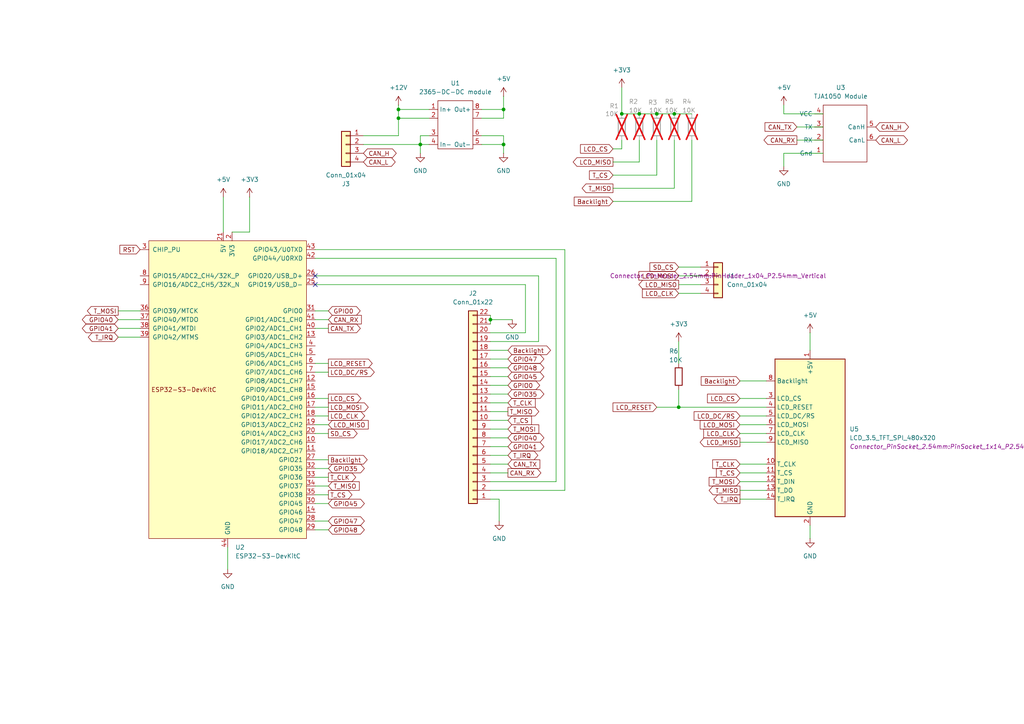
<source format=kicad_sch>
(kicad_sch (version 20231120) (generator "eeschema") (generator_version "8.0")
  (paper "A4")
  (title_block (title "BMS Monitor") (date "2024-04-22") (rev "2.0") (company "Sundown'r Dev"))
  (lib_symbols
    (symbol "Connector_Generic:Conn_01x04" (pin_names (offset 1.016) hide)
      (property "Reference" "J" (at 0 5.08 0))
      (property "Value" "Conn_01x04" (at 0 -7.62 0))
      (symbol "Conn_01x04_1_1"
        (rectangle (start -1.27 -4.953) (end 0 -5.207) (stroke (width 0.1524)))
        (rectangle (start -1.27 -2.413) (end 0 -2.667) (stroke (width 0.1524)))
        (rectangle (start -1.27 0.127) (end 0 -0.127) (stroke (width 0.1524)))
        (rectangle (start -1.27 2.667) (end 0 2.413) (stroke (width 0.1524)))
        (rectangle (start -1.27 3.81) (end 1.27 -6.35) (stroke (width 0.254)) (fill (type background)))
        (pin passive line (at -5.08 2.54 0) (length 3.81) (name "Pin_1") (number "1"))
        (pin passive line (at -5.08 0 0) (length 3.81) (name "Pin_2") (number "2"))
        (pin passive line (at -5.08 -2.54 0) (length 3.81) (name "Pin_3") (number "3"))
        (pin passive line (at -5.08 -5.08 0) (length 3.81) (name "Pin_4") (number "4"))
      )
    )
    (symbol "Connector_Generic:Conn_01x22" (pin_names (offset 1.016) hide)
      (property "Reference" "J" (at 0 27.94 0))
      (property "Value" "Conn_01x22" (at 0 -30.48 0))
      (symbol "Conn_01x22_1_1"
        (rectangle (start -1.27 -27.813) (end 0 -28.067) (stroke (width 0.1524)))
        (rectangle (start -1.27 -25.273) (end 0 -25.527) (stroke (width 0.1524)))
        (rectangle (start -1.27 -22.733) (end 0 -22.987) (stroke (width 0.1524)))
        (rectangle (start -1.27 -20.193) (end 0 -20.447) (stroke (width 0.1524)))
        (rectangle (start -1.27 -17.653) (end 0 -17.907) (stroke (width 0.1524)))
        (rectangle (start -1.27 -15.113) (end 0 -15.367) (stroke (width 0.1524)))
        (rectangle (start -1.27 -12.573) (end 0 -12.827) (stroke (width 0.1524)))
        (rectangle (start -1.27 -10.033) (end 0 -10.287) (stroke (width 0.1524)))
        (rectangle (start -1.27 -7.493) (end 0 -7.747) (stroke (width 0.1524)))
        (rectangle (start -1.27 -4.953) (end 0 -5.207) (stroke (width 0.1524)))
        (rectangle (start -1.27 -2.413) (end 0 -2.667) (stroke (width 0.1524)))
        (rectangle (start -1.27 0.127) (end 0 -0.127) (stroke (width 0.1524)))
        (rectangle (start -1.27 2.667) (end 0 2.413) (stroke (width 0.1524)))
        (rectangle (start -1.27 5.207) (end 0 4.953) (stroke (width 0.1524)))
        (rectangle (start -1.27 7.747) (end 0 7.493) (stroke (width 0.1524)))
        (rectangle (start -1.27 10.287) (end 0 10.033) (stroke (width 0.1524)))
        (rectangle (start -1.27 12.827) (end 0 12.573) (stroke (width 0.1524)))
        (rectangle (start -1.27 15.367) (end 0 15.113) (stroke (width 0.1524)))
        (rectangle (start -1.27 17.907) (end 0 17.653) (stroke (width 0.1524)))
        (rectangle (start -1.27 20.447) (end 0 20.193) (stroke (width 0.1524)))
        (rectangle (start -1.27 22.987) (end 0 22.733) (stroke (width 0.1524)))
        (rectangle (start -1.27 25.527) (end 0 25.273) (stroke (width 0.1524)))
        (rectangle (start -1.27 26.67) (end 1.27 -29.21) (stroke (width 0.254)) (fill (type background)))
        (pin passive line (at -5.08 25.4 0) (length 3.81) (name "Pin_1") (number "1"))
        (pin passive line (at -5.08 2.54 0) (length 3.81) (name "Pin_10") (number "10"))
        (pin passive line (at -5.08 0 0) (length 3.81) (name "Pin_11") (number "11"))
        (pin passive line (at -5.08 -2.54 0) (length 3.81) (name "Pin_12") (number "12"))
        (pin passive line (at -5.08 -5.08 0) (length 3.81) (name "Pin_13") (number "13"))
        (pin passive line (at -5.08 -7.62 0) (length 3.81) (name "Pin_14") (number "14"))
        (pin passive line (at -5.08 -10.16 0) (length 3.81) (name "Pin_15") (number "15"))
        (pin passive line (at -5.08 -12.7 0) (length 3.81) (name "Pin_16") (number "16"))
        (pin passive line (at -5.08 -15.24 0) (length 3.81) (name "Pin_17") (number "17"))
        (pin passive line (at -5.08 -17.78 0) (length 3.81) (name "Pin_18") (number "18"))
        (pin passive line (at -5.08 -20.32 0) (length 3.81) (name "Pin_19") (number "19"))
        (pin passive line (at -5.08 22.86 0) (length 3.81) (name "Pin_2") (number "2"))
        (pin passive line (at -5.08 -22.86 0) (length 3.81) (name "Pin_20") (number "20"))
        (pin passive line (at -5.08 -25.4 0) (length 3.81) (name "Pin_21") (number "21"))
        (pin passive line (at -5.08 -27.94 0) (length 3.81) (name "Pin_22") (number "22"))
        (pin passive line (at -5.08 20.32 0) (length 3.81) (name "Pin_3") (number "3"))
        (pin passive line (at -5.08 17.78 0) (length 3.81) (name "Pin_4") (number "4"))
        (pin passive line (at -5.08 15.24 0) (length 3.81) (name "Pin_5") (number "5"))
        (pin passive line (at -5.08 12.7 0) (length 3.81) (name "Pin_6") (number "6"))
        (pin passive line (at -5.08 10.16 0) (length 3.81) (name "Pin_7") (number "7"))
        (pin passive line (at -5.08 7.62 0) (length 3.81) (name "Pin_8") (number "8"))
        (pin passive line (at -5.08 5.08 0) (length 3.81) (name "Pin_9") (number "9"))
      )
    )
    (symbol "Device:R" (pin_numbers hide) (pin_names (offset 0))
      (property "Reference" "R" (at 2.032 0 90))
      (property "Value" "R" (at 0 0 90))
      (symbol "R_0_1"
        (rectangle (start -1.016 -2.54) (end 1.016 2.54) (stroke (width 0.254)))
      )
      (symbol "R_1_1"
        (pin passive line (at 0 3.81 270) (length 1.27) (name "~") (number "1"))
        (pin passive line (at 0 -3.81 90) (length 1.27) (name "~") (number "2"))
      )
    )
    (symbol "PCM_Espressif:ESP32-S3-DevKitC" (pin_names (offset 1.016))
      (property "Reference" "U" (at -22.86 48.26 0))
      (property "Value" "ESP32-S3-DevKitC" (at -22.86 45.72 0))
      (symbol "ESP32-S3-DevKitC_0_0"
        (text "ESP32-S3-DevKitC" (at -12.7 0 0) (effects (font (size 1.27 1.27))))
        (pin bidirectional line (at 25.4 -35.56 180) (length 2.54) (name "GPIO46") (number "14"))
        (pin bidirectional line (at 25.4 -10.16 180) (length 2.54) (name "GPIO13/ADC2_CH2") (number "19"))
        (pin bidirectional line (at -25.4 15.24 0) (length 2.54) (name "GPIO42/MTMS") (number "39"))
        (pin bidirectional line (at 25.4 17.78 180) (length 2.54) (name "GPIO2/ADC1_CH1") (number "40"))
        (pin bidirectional line (at 25.4 20.32 180) (length 2.54) (name "GPIO1/ADC1_CH0") (number "41"))
        (pin bidirectional line (at 25.4 38.1 180) (length 2.54) (name "GPIO44/U0RXD") (number "42"))
        (pin bidirectional line (at 25.4 40.64 180) (length 2.54) (name "GPIO43/U0TXD") (number "43"))
        (pin power_in line (at 0 -45.72 90) (length 2.54) (name "GND") (number "44"))
      )
      (symbol "ESP32-S3-DevKitC_0_1"
        (rectangle (start -22.86 43.18) (end 22.86 -43.18) (fill (type background)))
        (pin power_in line (at 1.27 45.72 270) (length 2.54) (name "3V3") (number "2"))
      )
      (symbol "ESP32-S3-DevKitC_1_1"
        (pin passive line (at 1.27 45.72 270) (length 2.54) hide (name "3V3") (number "1"))
        (pin bidirectional line (at 25.4 -15.24 180) (length 2.54) (name "GPIO17/ADC2_CH6") (number "10"))
        (pin bidirectional line (at 25.4 -17.78 180) (length 2.54) (name "GPIO18/ADC2_CH7") (number "11"))
        (pin bidirectional line (at 25.4 2.54 180) (length 2.54) (name "GPIO8/ADC1_CH7") (number "12"))
        (pin bidirectional line (at 25.4 15.24 180) (length 2.54) (name "GPIO3/ADC1_CH2") (number "13"))
        (pin bidirectional line (at 25.4 0 180) (length 2.54) (name "GPIO9/ADC1_CH8") (number "15"))
        (pin bidirectional line (at 25.4 -2.54 180) (length 2.54) (name "GPIO10/ADC1_CH9") (number "16"))
        (pin bidirectional line (at 25.4 -5.08 180) (length 2.54) (name "GPIO11/ADC2_CH0") (number "17"))
        (pin bidirectional line (at 25.4 -7.62 180) (length 2.54) (name "GPIO12/ADC2_CH1") (number "18"))
        (pin bidirectional line (at 25.4 -12.7 180) (length 2.54) (name "GPIO14/ADC2_CH3") (number "20"))
        (pin power_in line (at -1.27 45.72 270) (length 2.54) (name "5V") (number "21"))
        (pin passive line (at 0 -45.72 90) (length 2.54) hide (name "GND") (number "22"))
        (pin passive line (at 0 -45.72 90) (length 2.54) hide (name "GND") (number "23"))
        (pin passive line (at 0 -45.72 90) (length 2.54) hide (name "GND") (number "24"))
        (pin bidirectional line (at 25.4 30.48 180) (length 2.54) (name "GPIO19/USB_D-") (number "25"))
        (pin bidirectional line (at 25.4 33.02 180) (length 2.54) (name "GPIO20/USB_D+") (number "26"))
        (pin bidirectional line (at 25.4 -20.32 180) (length 2.54) (name "GPIO21") (number "27"))
        (pin bidirectional line (at 25.4 -38.1 180) (length 2.54) (name "GPIO47") (number "28"))
        (pin bidirectional line (at 25.4 -40.64 180) (length 2.54) (name "GPIO48") (number "29"))
        (pin input line (at -25.4 40.64 0) (length 2.54) (name "CHIP_PU") (number "3"))
        (pin bidirectional line (at 25.4 -33.02 180) (length 2.54) (name "GPIO45") (number "30"))
        (pin bidirectional line (at 25.4 22.86 180) (length 2.54) (name "GPIO0") (number "31"))
        (pin bidirectional line (at 25.4 -22.86 180) (length 2.54) (name "GPIO35") (number "32"))
        (pin bidirectional line (at 25.4 -25.4 180) (length 2.54) (name "GPIO36") (number "33"))
        (pin bidirectional line (at 25.4 -27.94 180) (length 2.54) (name "GPIO37") (number "34"))
        (pin bidirectional line (at 25.4 -30.48 180) (length 2.54) (name "GPIO38") (number "35"))
        (pin bidirectional line (at -25.4 22.86 0) (length 2.54) (name "GPIO39/MTCK") (number "36"))
        (pin bidirectional line (at -25.4 20.32 0) (length 2.54) (name "GPIO40/MTDO") (number "37"))
        (pin bidirectional line (at -25.4 17.78 0) (length 2.54) (name "GPIO41/MTDI") (number "38"))
        (pin bidirectional line (at 25.4 12.7 180) (length 2.54) (name "GPIO4/ADC1_CH3") (number "4"))
        (pin bidirectional line (at 25.4 10.16 180) (length 2.54) (name "GPIO5/ADC1_CH4") (number "5"))
        (pin bidirectional line (at 25.4 7.62 180) (length 2.54) (name "GPIO6/ADC1_CH5") (number "6"))
        (pin bidirectional line (at 25.4 5.08 180) (length 2.54) (name "GPIO7/ADC1_CH6") (number "7"))
        (pin bidirectional line (at -25.4 33.02 0) (length 2.54) (name "GPIO15/ADC2_CH4/32K_P") (number "8"))
        (pin bidirectional line (at -25.4 30.48 0) (length 2.54) (name "GPIO16/ADC2_CH5/32K_N") (number "9"))
      )
    )
    (symbol "Private:CAN_Transceiver"
      (property "Reference" "U" (at 0 -10.414 0))
      (property "Value" "TJA1050 Module" (at -0.508 8.89 0))
      (symbol "CAN_Transceiver_0_1"
        (rectangle (start -6.35 7.62) (end 6.35 -8.89))
      )
      (symbol "CAN_Transceiver_1_1"
        (pin power_in line (at -6.35 -6.35 180) (length 2.54) (name "Gnd") (number "1"))
        (pin output line (at -6.35 -2.54 180) (length 2.54) (name "RX") (number "2"))
        (pin input line (at -6.35 1.27 180) (length 2.54) (name "TX") (number "3"))
        (pin power_in line (at -6.35 5.08 180) (length 2.54) (name "VCC") (number "4"))
        (pin bidirectional line (at 8.89 1.27 180) (length 2.54) (name "CanH") (number "5"))
        (pin bidirectional line (at 8.89 -2.54 180) (length 2.54) (name "CanL") (number "6"))
      )
    )
    (symbol "Private:DC-DC-2365-module"
      (property "Reference" "U" (at 0 -8.89 0))
      (property "Value" "2365-DC-DC module" (at 0.254 7.62 0))
      (symbol "DC-DC-2365-module_0_1"
        (rectangle (start -5.08 6.35) (end 5.08 -7.62))
      )
      (symbol "DC-DC-2365-module_1_1"
        (pin input line (at -7.62 3.81 0) (length 2.54) (name "In+") (number "1"))
        (pin input line (at -7.62 1.27 0) (length 2.54) (name "") (number "2"))
        (pin input line (at -7.62 -3.81 0) (length 2.54) (name "") (number "3"))
        (pin input line (at -7.62 -6.35 0) (length 2.54) (name "In-") (number "4"))
        (pin output line (at 7.62 -6.35 180) (length 2.54) (name "Out-") (number "5"))
        (pin output line (at 7.62 -3.81 180) (length 2.54) (name "") (number "6"))
        (pin output line (at 7.62 1.27 180) (length 2.54) (name "") (number "7"))
        (pin output line (at 7.62 3.81 180) (length 2.54) (name "Out+") (number "8"))
      )
    )
    (symbol "Private:LCD_3.5_TFT_SPI_480x320"
      (property "Reference" "U" (at 4.826 34.29 0))
      (property "Value" "LCD_3.5_TFT_SPI_480x320" (at -23.368 36.068 0))
      (symbol "LCD_3.5_TFT_SPI_480x320_0_1"
        (rectangle (start -10.16 33.02) (end 10.16 -12.7) (stroke (width 0.254)) (fill (type background)))
      )
      (symbol "LCD_3.5_TFT_SPI_480x320_1_1"
        (pin power_in line (at 0 35.56 270) (length 2.54) (name "+5V") (number "1"))
        (pin input line (at -12.7 2.54 0) (length 2.54) (name "T_CLK") (number "10"))
        (pin input line (at -12.7 0 0) (length 2.54) (name "T_CS") (number "11"))
        (pin bidirectional line (at -12.7 -2.54 0) (length 2.54) (name "T_DIN") (number "12"))
        (pin bidirectional line (at -12.7 -5.08 0) (length 2.54) (name "T_DO") (number "13"))
        (pin input line (at -12.7 -7.62 0) (length 2.54) (name "T_IRQ") (number "14"))
        (pin power_in line (at 0 -15.24 90) (length 2.54) (name "GND") (number "2"))
        (pin input line (at -12.7 21.59 0) (length 2.54) (name "LCD_CS") (number "3"))
        (pin input line (at -12.7 19.05 0) (length 2.54) (name "LCD_RESET") (number "4"))
        (pin input line (at -12.7 16.51 0) (length 2.54) (name "LCD_DC/RS") (number "5"))
        (pin input line (at -12.7 13.97 0) (length 2.54) (name "LCD_MOSI") (number "6"))
        (pin input line (at -12.7 11.43 0) (length 2.54) (name "LCD_CLK") (number "7"))
        (pin input line (at -12.7 26.67 0) (length 2.54) (name "Backlight") (number "8"))
        (pin input line (at -12.7 8.89 0) (length 2.54) (name "LCD_MISO") (number "9"))
      )
    )
    (symbol "power:+12V" (power) (pin_numbers hide) (pin_names (offset 0) hide)
      (property "Value" "+12V" (at 0 3.556 0))
      (symbol "+12V_0_1"
        (polyline (pts (xy -0.762 1.27) (xy 0 2.54)))
        (polyline (pts (xy 0 0) (xy 0 2.54)))
        (polyline (pts (xy 0 2.54) (xy 0.762 1.27)))
      )
      (symbol "+12V_1_1"
        (pin power_in line (at 0 0 90) (length 0) (name "~") (number "1"))
      )
    )
    (symbol "power:+3V3" (power) (pin_numbers hide) (pin_names (offset 0) hide)
      (property "Value" "+3V3" (at 0 3.556 0))
      (symbol "+3V3_0_1"
        (polyline (pts (xy -0.762 1.27) (xy 0 2.54)))
        (polyline (pts (xy 0 0) (xy 0 2.54)))
        (polyline (pts (xy 0 2.54) (xy 0.762 1.27)))
      )
      (symbol "+3V3_1_1"
        (pin power_in line (at 0 0 90) (length 0) (name "~") (number "1"))
      )
    )
    (symbol "power:+5V" (power) (pin_numbers hide) (pin_names (offset 0) hide)
      (property "Value" "+5V" (at 0 3.556 0))
      (symbol "+5V_0_1"
        (polyline (pts (xy -0.762 1.27) (xy 0 2.54)))
        (polyline (pts (xy 0 0) (xy 0 2.54)))
        (polyline (pts (xy 0 2.54) (xy 0.762 1.27)))
      )
      (symbol "+5V_1_1"
        (pin power_in line (at 0 0 90) (length 0) (name "~") (number "1"))
      )
    )
    (symbol "power:GND" (power) (pin_numbers hide) (pin_names (offset 0) hide)
      (property "Value" "GND" (at 0 -3.81 0))
      (symbol "GND_0_1"
        (polyline (pts (xy 0 0) (xy 0 -1.27) (xy 1.27 -1.27) (xy 0 -2.54) (xy -1.27 -1.27) (xy 0 -1.27)))
      )
      (symbol "GND_1_1"
        (pin power_in line (at 0 0 270) (length 0) (name "~") (number "1"))
      )
    )
  )
  (junction (at 190.5 33.02))
  (junction (at 196.85 118.11))
  (junction (at 146.05 31.75))
  (junction (at 180.34 33.02))
  (junction (at 142.24 92.71))
  (junction (at 146.05 41.91))
  (junction (at 115.57 31.75))
  (junction (at 195.58 33.02))
  (junction (at 185.42 33.02))
  (junction (at 121.92 41.91))
  (junction (at 115.57 34.29))
  (no_connect (at 91.44 82.55))
  (no_connect (at 91.44 80.01))
  (wire (pts (xy 180.34 33.02) (xy 185.42 33.02)))
  (wire (pts (xy 34.29 95.25) (xy 40.64 95.25)))
  (wire (pts (xy 163.83 72.39) (xy 91.44 72.39)))
  (wire (pts (xy 91.44 140.97) (xy 95.25 140.97)))
  (wire (pts (xy 34.29 97.79) (xy 40.64 97.79)))
  (wire (pts (xy 214.63 134.62) (xy 222.25 134.62)))
  (wire (pts (xy 147.32 127) (xy 142.24 127)))
  (wire (pts (xy 95.25 90.17) (xy 91.44 90.17)))
  (wire (pts (xy 147.32 104.14) (xy 142.24 104.14)))
  (wire (pts (xy 95.25 146.05) (xy 91.44 146.05)))
  (wire (pts (xy 95.25 107.95) (xy 91.44 107.95)))
  (wire (pts (xy 72.39 67.31) (xy 67.31 67.31)))
  (wire (pts (xy 121.92 41.91) (xy 124.46 41.91)))
  (wire (pts (xy 200.66 58.42) (xy 177.8 58.42)))
  (wire (pts (xy 214.63 123.19) (xy 222.25 123.19)))
  (wire (pts (xy 72.39 57.15) (xy 72.39 67.31)))
  (wire (pts (xy 196.85 85.09) (xy 203.2 85.09)))
  (wire (pts (xy 105.41 41.91) (xy 121.92 41.91)))
  (wire (pts (xy 156.21 80.01) (xy 156.21 99.06)))
  (wire (pts (xy 95.25 95.25) (xy 91.44 95.25)))
  (wire (pts (xy 147.32 121.92) (xy 142.24 121.92)))
  (wire (pts (xy 147.32 114.3) (xy 142.24 114.3)))
  (wire (pts (xy 152.4 82.55) (xy 152.4 96.52)))
  (wire (pts (xy 121.92 39.37) (xy 121.92 41.91)))
  (wire (pts (xy 124.46 39.37) (xy 121.92 39.37)))
  (wire (pts (xy 115.57 30.48) (xy 115.57 31.75)))
  (wire (pts (xy 64.77 57.15) (xy 64.77 67.31)))
  (wire (pts (xy 146.05 41.91) (xy 146.05 44.45)))
  (wire (pts (xy 147.32 129.54) (xy 142.24 129.54)))
  (wire (pts (xy 195.58 54.61) (xy 195.58 40.64)))
  (wire (pts (xy 231.14 40.64) (xy 238.76 40.64)))
  (wire (pts (xy 196.85 82.55) (xy 203.2 82.55)))
  (wire (pts (xy 95.25 105.41) (xy 91.44 105.41)))
  (wire (pts (xy 144.78 144.78) (xy 144.78 151.13)))
  (wire (pts (xy 214.63 137.16) (xy 222.25 137.16)))
  (wire (pts (xy 91.44 80.01) (xy 156.21 80.01)))
  (wire (pts (xy 147.32 137.16) (xy 142.24 137.16)))
  (wire (pts (xy 214.63 142.24) (xy 222.25 142.24)))
  (wire (pts (xy 91.44 115.57) (xy 95.25 115.57)))
  (wire (pts (xy 115.57 31.75) (xy 124.46 31.75)))
  (wire (pts (xy 227.33 44.45) (xy 238.76 44.45)))
  (wire (pts (xy 34.29 92.71) (xy 40.64 92.71)))
  (wire (pts (xy 147.32 116.84) (xy 142.24 116.84)))
  (wire (pts (xy 161.29 139.7) (xy 142.24 139.7)))
  (wire (pts (xy 234.95 152.4) (xy 234.95 156.21)))
  (wire (pts (xy 200.66 40.64) (xy 200.66 58.42)))
  (wire (pts (xy 147.32 132.08) (xy 142.24 132.08)))
  (wire (pts (xy 142.24 92.71) (xy 142.24 93.98)))
  (wire (pts (xy 177.8 43.18) (xy 180.34 43.18)))
  (wire (pts (xy 177.8 46.99) (xy 185.42 46.99)))
  (wire (pts (xy 177.8 50.8) (xy 190.5 50.8)))
  (wire (pts (xy 91.44 125.73) (xy 95.25 125.73)))
  (wire (pts (xy 91.44 120.65) (xy 95.25 120.65)))
  (wire (pts (xy 214.63 128.27) (xy 222.25 128.27)))
  (wire (pts (xy 156.21 99.06) (xy 142.24 99.06)))
  (wire (pts (xy 147.32 109.22) (xy 142.24 109.22)))
  (wire (pts (xy 91.44 143.51) (xy 95.25 143.51)))
  (wire (pts (xy 180.34 43.18) (xy 180.34 40.64)))
  (wire (pts (xy 95.25 153.67) (xy 91.44 153.67)))
  (wire (pts (xy 214.63 139.7) (xy 222.25 139.7)))
  (wire (pts (xy 139.7 34.29) (xy 146.05 34.29)))
  (wire (pts (xy 147.32 134.62) (xy 142.24 134.62)))
  (wire (pts (xy 231.14 36.83) (xy 238.76 36.83)))
  (wire (pts (xy 95.25 151.13) (xy 91.44 151.13)))
  (wire (pts (xy 66.04 158.75) (xy 66.04 165.1)))
  (wire (pts (xy 196.85 118.11) (xy 222.25 118.11)))
  (wire (pts (xy 163.83 142.24) (xy 163.83 72.39)))
  (wire (pts (xy 177.8 54.61) (xy 195.58 54.61)))
  (wire (pts (xy 161.29 74.93) (xy 161.29 139.7)))
  (wire (pts (xy 147.32 119.38) (xy 142.24 119.38)))
  (wire (pts (xy 144.78 144.78) (xy 142.24 144.78)))
  (wire (pts (xy 139.7 31.75) (xy 146.05 31.75)))
  (wire (pts (xy 195.58 33.02) (xy 200.66 33.02)))
  (wire (pts (xy 146.05 27.94) (xy 146.05 31.75)))
  (wire (pts (xy 234.95 96.52) (xy 234.95 101.6)))
  (wire (pts (xy 105.41 39.37) (xy 115.57 39.37)))
  (wire (pts (xy 196.85 99.06) (xy 196.85 105.41)))
  (wire (pts (xy 139.7 41.91) (xy 146.05 41.91)))
  (wire (pts (xy 115.57 39.37) (xy 115.57 34.29)))
  (wire (pts (xy 139.7 39.37) (xy 146.05 39.37)))
  (wire (pts (xy 214.63 120.65) (xy 222.25 120.65)))
  (wire (pts (xy 196.85 77.47) (xy 203.2 77.47)))
  (wire (pts (xy 180.34 25.4) (xy 180.34 33.02)))
  (wire (pts (xy 121.92 41.91) (xy 121.92 44.45)))
  (wire (pts (xy 214.63 115.57) (xy 222.25 115.57)))
  (wire (pts (xy 91.44 74.93) (xy 161.29 74.93)))
  (wire (pts (xy 185.42 33.02) (xy 190.5 33.02)))
  (wire (pts (xy 227.33 48.26) (xy 227.33 44.45)))
  (wire (pts (xy 146.05 31.75) (xy 146.05 34.29)))
  (wire (pts (xy 214.63 125.73) (xy 222.25 125.73)))
  (wire (pts (xy 95.25 133.35) (xy 91.44 133.35)))
  (wire (pts (xy 91.44 123.19) (xy 95.25 123.19)))
  (wire (pts (xy 147.32 111.76) (xy 142.24 111.76)))
  (wire (pts (xy 238.76 33.02) (xy 227.33 33.02)))
  (wire (pts (xy 190.5 118.11) (xy 196.85 118.11)))
  (wire (pts (xy 227.33 33.02) (xy 227.33 30.48)))
  (wire (pts (xy 91.44 138.43) (xy 95.25 138.43)))
  (wire (pts (xy 147.32 106.68) (xy 142.24 106.68)))
  (wire (pts (xy 214.63 110.49) (xy 222.25 110.49)))
  (wire (pts (xy 185.42 46.99) (xy 185.42 40.64)))
  (wire (pts (xy 196.85 80.01) (xy 203.2 80.01)))
  (wire (pts (xy 115.57 34.29) (xy 115.57 31.75)))
  (wire (pts (xy 142.24 91.44) (xy 142.24 92.71)))
  (wire (pts (xy 95.25 92.71) (xy 91.44 92.71)))
  (wire (pts (xy 147.32 101.6) (xy 142.24 101.6)))
  (wire (pts (xy 142.24 92.71) (xy 148.59 92.71)))
  (wire (pts (xy 190.5 33.02) (xy 195.58 33.02)))
  (wire (pts (xy 163.83 142.24) (xy 142.24 142.24)))
  (wire (pts (xy 91.44 82.55) (xy 152.4 82.55)))
  (wire (pts (xy 147.32 124.46) (xy 142.24 124.46)))
  (wire (pts (xy 91.44 118.11) (xy 95.25 118.11)))
  (wire (pts (xy 214.63 144.78) (xy 222.25 144.78)))
  (wire (pts (xy 95.25 135.89) (xy 91.44 135.89)))
  (wire (pts (xy 34.29 90.17) (xy 40.64 90.17)))
  (wire (pts (xy 115.57 34.29) (xy 124.46 34.29)))
  (wire (pts (xy 196.85 113.03) (xy 196.85 118.11)))
  (wire (pts (xy 146.05 39.37) (xy 146.05 41.91)))
  (wire (pts (xy 152.4 96.52) (xy 142.24 96.52)))
  (wire (pts (xy 190.5 50.8) (xy 190.5 40.64)))
  (global_label "GPIO47" (shape bidirectional) (at 95.25 151.13 0) (property "Intersheetrefs" "${INTERSHEET_REFS}" (effects (hide yes))))
  (global_label "CAN_RX" (shape output) (at 147.32 137.16 0) (property "Intersheetrefs" "${INTERSHEET_REFS}" (effects (hide yes))))
  (global_label "RST" (shape input) (at 40.64 72.39 180) (property "Intersheetrefs" "${INTERSHEET_REFS}" (effects (hide yes))))
  (global_label "Backlight" (shape bidirectional) (at 147.32 101.6 0) (property "Intersheetrefs" "${INTERSHEET_REFS}" (effects (hide yes))))
  (global_label "LCD_MISO" (shape output) (at 214.63 128.27 180) (property "Intersheetrefs" "${INTERSHEET_REFS}" (effects (hide yes))))
  (global_label "LCD_MOSI" (shape input) (at 196.85 80.01 180) (property "Intersheetrefs" "${INTERSHEET_REFS}" (effects (hide yes))))
  (global_label "LCD_MISO" (shape output) (at 196.85 82.55 180) (property "Intersheetrefs" "${INTERSHEET_REFS}" (effects (hide yes))))
  (global_label "LCD_RESET" (shape output) (at 95.25 105.41 0) (property "Intersheetrefs" "${INTERSHEET_REFS}" (effects (hide yes))))
  (global_label "LCD_CLK" (shape input) (at 196.85 85.09 180) (property "Intersheetrefs" "${INTERSHEET_REFS}" (effects (hide yes))))
  (global_label "LCD_RESET" (shape input) (at 190.5 118.11 180) (property "Intersheetrefs" "${INTERSHEET_REFS}" (effects (hide yes))))
  (global_label "GPIO45" (shape bidirectional) (at 95.25 146.05 0) (property "Intersheetrefs" "${INTERSHEET_REFS}" (effects (hide yes))))
  (global_label "GPIO48" (shape bidirectional) (at 147.32 106.68 0) (property "Intersheetrefs" "${INTERSHEET_REFS}" (effects (hide yes))))
  (global_label "LCD_CS" (shape output) (at 95.25 115.57 0) (property "Intersheetrefs" "${INTERSHEET_REFS}" (effects (hide yes))))
  (global_label "T_MOSI" (shape output) (at 34.29 90.17 180) (property "Intersheetrefs" "${INTERSHEET_REFS}" (effects (hide yes))))
  (global_label "CAN_L" (shape bidirectional) (at 105.41 46.99 0) (property "Intersheetrefs" "${INTERSHEET_REFS}" (effects (hide yes))))
  (global_label "Backlight" (shape input) (at 214.63 110.49 180) (property "Intersheetrefs" "${INTERSHEET_REFS}" (effects (hide yes))))
  (global_label "LCD_CS" (shape input) (at 177.8 43.18 180) (property "Intersheetrefs" "${INTERSHEET_REFS}" (effects (hide yes))))
  (global_label "CAN_RX" (shape output) (at 231.14 40.64 180) (property "Intersheetrefs" "${INTERSHEET_REFS}" (effects (hide yes))))
  (global_label "GPIO48" (shape bidirectional) (at 95.25 153.67 0) (property "Intersheetrefs" "${INTERSHEET_REFS}" (effects (hide yes))))
  (global_label "CAN_TX" (shape input) (at 231.14 36.83 180) (property "Intersheetrefs" "${INTERSHEET_REFS}" (effects (hide yes))))
  (global_label "T_MISO" (shape output) (at 147.32 119.38 0) (property "Intersheetrefs" "${INTERSHEET_REFS}" (effects (hide yes))))
  (global_label "CAN_TX" (shape input) (at 147.32 134.62 0) (property "Intersheetrefs" "${INTERSHEET_REFS}" (effects (hide yes))))
  (global_label "Backlight" (shape output) (at 95.25 133.35 0) (property "Intersheetrefs" "${INTERSHEET_REFS}" (effects (hide yes))))
  (global_label "CAN_TX" (shape output) (at 95.25 95.25 0) (property "Intersheetrefs" "${INTERSHEET_REFS}" (effects (hide yes))))
  (global_label "GPIO40" (shape bidirectional) (at 147.32 127 0) (property "Intersheetrefs" "${INTERSHEET_REFS}" (effects (hide yes))))
  (global_label "GPIO40" (shape bidirectional) (at 34.29 92.71 180) (property "Intersheetrefs" "${INTERSHEET_REFS}" (effects (hide yes))))
  (global_label "LCD_MISO" (shape output) (at 177.8 46.99 180) (property "Intersheetrefs" "${INTERSHEET_REFS}" (effects (hide yes))))
  (global_label "LCD_DC{slash}RS" (shape input) (at 214.63 120.65 180) (property "Intersheetrefs" "${INTERSHEET_REFS}" (effects (hide yes))))
  (global_label "T_IRQ" (shape output) (at 214.63 144.78 180) (property "Intersheetrefs" "${INTERSHEET_REFS}" (effects (hide yes))))
  (global_label "CAN_H" (shape bidirectional) (at 105.41 44.45 0) (property "Intersheetrefs" "${INTERSHEET_REFS}" (effects (hide yes))))
  (global_label "LCD_DC{slash}RS" (shape output) (at 95.25 107.95 0) (property "Intersheetrefs" "${INTERSHEET_REFS}" (effects (hide yes))))
  (global_label "GPIO0" (shape bidirectional) (at 147.32 111.76 0) (property "Intersheetrefs" "${INTERSHEET_REFS}" (effects (hide yes))))
  (global_label "T_MOSI" (shape input) (at 214.63 139.7 180) (property "Intersheetrefs" "${INTERSHEET_REFS}" (effects (hide yes))))
  (global_label "CAN_L" (shape bidirectional) (at 254 40.64 0) (property "Intersheetrefs" "${INTERSHEET_REFS}" (effects (hide yes))))
  (global_label "GPIO41" (shape bidirectional) (at 147.32 129.54 0) (property "Intersheetrefs" "${INTERSHEET_REFS}" (effects (hide yes))))
  (global_label "T_CS" (shape output) (at 95.25 143.51 0) (property "Intersheetrefs" "${INTERSHEET_REFS}" (effects (hide yes))))
  (global_label "T_IRQ" (shape bidirectional) (at 147.32 132.08 0) (property "Intersheetrefs" "${INTERSHEET_REFS}" (effects (hide yes))))
  (global_label "T_CLK" (shape input) (at 147.32 116.84 0) (property "Intersheetrefs" "${INTERSHEET_REFS}" (effects (hide yes))))
  (global_label "Backlight" (shape input) (at 177.8 58.42 180) (property "Intersheetrefs" "${INTERSHEET_REFS}" (effects (hide yes))))
  (global_label "LCD_MOSI" (shape output) (at 95.25 118.11 0) (property "Intersheetrefs" "${INTERSHEET_REFS}" (effects (hide yes))))
  (global_label "CAN_RX" (shape input) (at 95.25 92.71 0) (property "Intersheetrefs" "${INTERSHEET_REFS}" (effects (hide yes))))
  (global_label "T_MISO" (shape input) (at 95.25 140.97 0) (property "Intersheetrefs" "${INTERSHEET_REFS}" (effects (hide yes))))
  (global_label "LCD_MISO" (shape input) (at 95.25 123.19 0) (property "Intersheetrefs" "${INTERSHEET_REFS}" (effects (hide yes))))
  (global_label "GPIO35" (shape bidirectional) (at 95.25 135.89 0) (property "Intersheetrefs" "${INTERSHEET_REFS}" (effects (hide yes))))
  (global_label "GPIO0" (shape bidirectional) (at 95.25 90.17 0) (property "Intersheetrefs" "${INTERSHEET_REFS}" (effects (hide yes))))
  (global_label "T_MOSI" (shape input) (at 147.32 124.46 0) (property "Intersheetrefs" "${INTERSHEET_REFS}" (effects (hide yes))))
  (global_label "GPIO47" (shape bidirectional) (at 147.32 104.14 0) (property "Intersheetrefs" "${INTERSHEET_REFS}" (effects (hide yes))))
  (global_label "T_MISO" (shape output) (at 214.63 142.24 180) (property "Intersheetrefs" "${INTERSHEET_REFS}" (effects (hide yes))))
  (global_label "T_MISO" (shape output) (at 177.8 54.61 180) (property "Intersheetrefs" "${INTERSHEET_REFS}" (effects (hide yes))))
  (global_label "LCD_MOSI" (shape input) (at 214.63 123.19 180) (property "Intersheetrefs" "${INTERSHEET_REFS}" (effects (hide yes))))
  (global_label "GPIO35" (shape bidirectional) (at 147.32 114.3 0) (property "Intersheetrefs" "${INTERSHEET_REFS}" (effects (hide yes))))
  (global_label "LCD_CLK" (shape input) (at 214.63 125.73 180) (property "Intersheetrefs" "${INTERSHEET_REFS}" (effects (hide yes))))
  (global_label "T_CS" (shape input) (at 147.32 121.92 0) (property "Intersheetrefs" "${INTERSHEET_REFS}" (effects (hide yes))))
  (global_label "LCD_CS" (shape input) (at 214.63 115.57 180) (property "Intersheetrefs" "${INTERSHEET_REFS}" (effects (hide yes))))
  (global_label "T_CS" (shape input) (at 214.63 137.16 180) (property "Intersheetrefs" "${INTERSHEET_REFS}" (effects (hide yes))))
  (global_label "T_CLK" (shape output) (at 95.25 138.43 0) (property "Intersheetrefs" "${INTERSHEET_REFS}" (effects (hide yes))))
  (global_label "GPIO45" (shape bidirectional) (at 147.32 109.22 0) (property "Intersheetrefs" "${INTERSHEET_REFS}" (effects (hide yes))))
  (global_label "CAN_H" (shape bidirectional) (at 254 36.83 0) (property "Intersheetrefs" "${INTERSHEET_REFS}" (effects (hide yes))))
  (global_label "T_IRQ" (shape bidirectional) (at 34.29 97.79 180) (property "Intersheetrefs" "${INTERSHEET_REFS}" (effects (hide yes))))
  (global_label "LCD_CLK" (shape output) (at 95.25 120.65 0) (property "Intersheetrefs" "${INTERSHEET_REFS}" (effects (hide yes))))
  (global_label "SD_CS" (shape output) (at 95.25 125.73 0) (property "Intersheetrefs" "${INTERSHEET_REFS}" (effects (hide yes))))
  (global_label "SD_CS" (shape input) (at 196.85 77.47 180) (property "Intersheetrefs" "${INTERSHEET_REFS}" (effects (hide yes))))
  (global_label "T_CS" (shape input) (at 177.8 50.8 180) (property "Intersheetrefs" "${INTERSHEET_REFS}" (effects (hide yes))))
  (global_label "GPIO41" (shape bidirectional) (at 34.29 95.25 180) (property "Intersheetrefs" "${INTERSHEET_REFS}" (effects (hide yes))))
  (global_label "T_CLK" (shape input) (at 214.63 134.62 180) (property "Intersheetrefs" "${INTERSHEET_REFS}" (effects (hide yes))))
  (symbol (lib_id "PCM_Espressif:ESP32-S3-DevKitC") (at 66.04 113.03 0) (unit 1)
    (property "Reference" "U2" (at 68.2341 158.75 0) (effects (justify left)))
    (property "Value" "ESP32-S3-DevKitC" (at 68.2341 161.29 0) (effects (justify left)))
    (property "Footprint" "PCM_Espressif:ESP32-S3-DevKitC" (effects (hide yes)))
    (property "Description" "ESP32-S3-DevKitC" (effects (hide yes)))
  )
  (symbol (lib_id "power:GND") (at 66.04 165.1 0) (unit 1)
    (property "Reference" "#PWR02" (effects (hide yes)))
    (property "Value" "GND" (at 66.04 170.18 0))
    (property "Description" "Power symbol creates a global label with name \"GND\" , ground" (effects (hide yes)))
  )
  (symbol (lib_id "Device:R") (at 190.5 36.83 0) (unit 1) (dnp yes)
    (property "Reference" "R3" (at 187.96 29.718 0) (effects (justify left)))
    (property "Value" "10K" (at 188.214 32.004 0) (effects (justify left)))
    (property "Footprint" "Resistor_THT:R_Box_L8.4mm_W2.5mm_P5.08mm" (effects (hide yes)))
    (property "Description" "Resistor" (effects (hide yes)))
  )
  (symbol (lib_id "power:+5V") (at 234.95 96.52 0) (unit 1)
    (property "Reference" "#PWR010" (effects (hide yes)))
    (property "Value" "+5V" (at 234.95 91.44 0))
    (property "Description" "Power symbol creates a global label with name \"+5V\"" (effects (hide yes)))
  )
  (symbol (lib_id "Device:R") (at 200.66 36.83 0) (unit 1) (dnp yes)
    (property "Reference" "R4" (at 197.866 29.464 0) (effects (justify left)))
    (property "Value" "10K" (at 197.866 32.004 0) (effects (justify left)))
    (property "Footprint" "Resistor_THT:R_Box_L8.4mm_W2.5mm_P5.08mm" (effects (hide yes)))
    (property "Description" "Resistor" (effects (hide yes)))
  )
  (symbol (lib_id "Connector_Generic:Conn_01x22") (at 137.16 119.38 180) (unit 1)
    (property "Reference" "J2" (at 137.16 85.09 0))
    (property "Value" "Conn_01x22" (at 137.16 87.63 0))
    (property "Footprint" "Connector_PinHeader_2.54mm:PinHeader_1x22_P2.54mm_Vertical" (effects (hide yes)))
    (property "Description" "Generic connector, single row, 01x22, script generated (kicad-library-utils/schlib/autogen/connector/)" (effects (hide yes)))
  )
  (symbol (lib_id "Device:R") (at 196.85 109.22 0) (unit 1)
    (property "Reference" "R6" (at 194.056 101.854 0) (effects (justify left)))
    (property "Value" "10K" (at 194.056 104.394 0) (effects (justify left)))
    (property "Footprint" "Resistor_THT:R_Box_L8.4mm_W2.5mm_P5.08mm" (effects (hide yes)))
    (property "Description" "Resistor" (effects (hide yes)))
  )
  (symbol (lib_id "Device:R") (at 180.34 36.83 0) (unit 1) (dnp yes)
    (property "Reference" "R1" (at 176.784 30.734 0) (effects (justify left)))
    (property "Value" "10K" (at 175.514 33.02 0) (effects (justify left)))
    (property "Footprint" "Resistor_THT:R_Box_L8.4mm_W2.5mm_P5.08mm" (effects (hide yes)))
    (property "Description" "Resistor" (effects (hide yes)))
  )
  (symbol (lib_id "power:+5V") (at 64.77 57.15 0) (unit 1)
    (property "Reference" "#PWR09" (effects (hide yes)))
    (property "Value" "+5V" (at 64.77 52.07 0))
    (property "Description" "Power symbol creates a global label with name \"+5V\"" (effects (hide yes)))
  )
  (symbol (lib_id "power:+3V3") (at 196.85 99.06 0) (unit 1)
    (property "Reference" "#PWR015" (effects (hide yes)))
    (property "Value" "+3V3" (at 196.85 93.98 0))
    (property "Description" "Power symbol creates a global label with name \"+3V3\"" (effects (hide yes)))
  )
  (symbol (lib_id "power:+12V") (at 115.57 30.48 0) (unit 1)
    (property "Reference" "#PWR05" (effects (hide yes)))
    (property "Value" "+12V" (at 115.57 25.4 0))
    (property "Description" "Power symbol creates a global label with name \"+12V\"" (effects (hide yes)))
  )
  (symbol (lib_id "power:+5V") (at 146.05 27.94 0) (unit 1)
    (property "Reference" "#PWR06" (effects (hide yes)))
    (property "Value" "+5V" (at 146.05 22.86 0))
    (property "Description" "Power symbol creates a global label with name \"+5V\"" (effects (hide yes)))
  )
  (symbol (lib_id "power:GND") (at 148.59 92.71 0) (unit 1)
    (property "Reference" "#PWR014" (effects (hide yes)))
    (property "Value" "GND" (at 148.59 97.79 0))
    (property "Description" "Power symbol creates a global label with name \"GND\" , ground" (effects (hide yes)))
  )
  (symbol (lib_id "Private:CAN_Transceiver") (at 245.11 38.1 0) (unit 1)
    (property "Reference" "U3" (at 243.84 25.4 0))
    (property "Value" "TJA1050 Module" (at 243.84 27.94 0))
    (property "Footprint" "Private:CAN_Transceiver_Module" (effects (hide yes)))
    (property "Datasheet" "https://www.elecbee.com/en-31575-TJA1050-CAN-Controller-Interface-Module-BUS-Driver-Interface-Module" (effects (hide yes)))
  )
  (symbol (lib_id "power:GND") (at 146.05 44.45 0) (unit 1)
    (property "Reference" "#PWR04" (effects (hide yes)))
    (property "Value" "GND" (at 146.05 49.53 0))
    (property "Description" "Power symbol creates a global label with name \"GND\" , ground" (effects (hide yes)))
  )
  (symbol (lib_id "power:+3V3") (at 72.39 57.15 0) (unit 1)
    (property "Reference" "#PWR011" (effects (hide yes)))
    (property "Value" "+3V3" (at 72.39 52.07 0))
    (property "Description" "Power symbol creates a global label with name \"+3V3\"" (effects (hide yes)))
  )
  (symbol (lib_id "power:+5V") (at 227.33 30.48 0) (unit 1)
    (property "Reference" "#PWR07" (effects (hide yes)))
    (property "Value" "+5V" (at 227.33 25.4 0))
    (property "Description" "Power symbol creates a global label with name \"+5V\"" (effects (hide yes)))
  )
  (symbol (lib_id "power:GND") (at 121.92 44.45 0) (unit 1)
    (property "Reference" "#PWR03" (effects (hide yes)))
    (property "Value" "GND" (at 121.92 49.53 0))
    (property "Description" "Power symbol creates a global label with name \"GND\" , ground" (effects (hide yes)))
  )
  (symbol (lib_id "Private:DC-DC-2365-module") (at 132.08 35.56 0) (unit 1)
    (property "Reference" "U1" (at 132.08 24.13 0))
    (property "Value" "2365-DC-DC module" (at 132.08 26.67 0))
    (property "Footprint" "Private:DC-DC-2365-Module" (effects (hide yes)))
    (property "Datasheet" "https://www.elecbee.com/en-27399-3pcs-9V-12V-24V-to-5V-3A-DC-DC-Step-Down-Module-Charging-Car-Charger-3A-Output-Power-Supply-Module" (effects (hide yes)))
    (property "Description" "Elecbee DC-DC module based on MP2365" (effects (hide yes)))
  )
  (symbol (lib_id "Private:LCD_3.5_TFT_SPI_480x320") (at 234.95 137.16 0) (unit 1)
    (property "Reference" "U5" (at 246.38 124.4599 0) (effects (justify left)))
    (property "Value" "LCD_3.5_TFT_SPI_480x320" (at 246.38 126.9999 0) (effects (justify left)))
    (property "Footprint" "Connector_PinSocket_2.54mm:PinSocket_1x14_P2.54mm_Vertical" (at 246.38 129.5399 0) (effects (font (italic yes)) (justify left)))
    (property "Datasheet" "Aliexpress 3.5{dblquote} Display 480x320, 14pin header" (effects (hide yes)))
  )
  (symbol (lib_id "power:+3V3") (at 180.34 25.4 0) (unit 1)
    (property "Reference" "#PWR012" (effects (hide yes)))
    (property "Value" "+3V3" (at 180.34 20.32 0))
    (property "Description" "Power symbol creates a global label with name \"+3V3\"" (effects (hide yes)))
  )
  (symbol (lib_id "Device:R") (at 185.42 36.83 0) (unit 1) (dnp yes)
    (property "Reference" "R2" (at 182.372 29.464 0) (effects (justify left)))
    (property "Value" "10K" (at 182.372 32.004 0) (effects (justify left)))
    (property "Footprint" "Resistor_THT:R_Box_L8.4mm_W2.5mm_P5.08mm" (effects (hide yes)))
    (property "Description" "Resistor" (effects (hide yes)))
  )
  (symbol (lib_id "Connector_Generic:Conn_01x04") (at 208.28 80.01 0) (unit 1)
    (property "Reference" "J1" (at 210.82 80.0099 0) (effects (justify left)))
    (property "Value" "Conn_01x04" (at 210.82 82.5499 0) (effects (justify left)))
    (property "Footprint" "Connector_PinHeader_2.54mm:PinHeader_1x04_P2.54mm_Vertical" (at 208.28 80.01 0))
    (property "Description" "Generic connector, single row, 01x04, script generated (kicad-library-utils/schlib/autogen/connector/)" (effects (hide yes)))
  )
  (symbol (lib_id "power:GND") (at 144.78 151.13 0) (unit 1)
    (property "Reference" "#PWR013" (effects (hide yes)))
    (property "Value" "GND" (at 144.78 156.21 0))
    (property "Description" "Power symbol creates a global label with name \"GND\" , ground" (effects (hide yes)))
  )
  (symbol (lib_id "Connector_Generic:Conn_01x04") (at 100.33 41.91 0) (mirror y) (unit 1)
    (property "Reference" "J3" (at 100.33 53.34 0))
    (property "Value" "Conn_01x04" (at 100.33 50.8 0))
    (property "Footprint" "TerminalBlock:TerminalBlock_bornier-4_P5.08mm" (effects (hide yes)))
    (property "Description" "Generic connector, single row, 01x04, script generated (kicad-library-utils/schlib/autogen/connector/)" (effects (hide yes)))
  )
  (symbol (lib_id "Device:R") (at 195.58 36.83 0) (unit 1) (dnp yes)
    (property "Reference" "R5" (at 192.786 29.464 0) (effects (justify left)))
    (property "Value" "10K" (at 192.786 32.004 0) (effects (justify left)))
    (property "Footprint" "Resistor_THT:R_Box_L8.4mm_W2.5mm_P5.08mm" (effects (hide yes)))
    (property "Description" "Resistor" (effects (hide yes)))
  )
  (symbol (lib_id "power:GND") (at 234.95 156.21 0) (unit 1)
    (property "Reference" "#PWR01" (effects (hide yes)))
    (property "Value" "GND" (at 234.95 161.29 0))
    (property "Description" "Power symbol creates a global label with name \"GND\" , ground" (effects (hide yes)))
  )
  (symbol (lib_id "power:GND") (at 227.33 48.26 0) (unit 1)
    (property "Reference" "#PWR08" (effects (hide yes)))
    (property "Value" "GND" (at 227.33 53.34 0))
    (property "Description" "Power symbol creates a global label with name \"GND\" , ground" (effects (hide yes)))
  )
)
</source>
